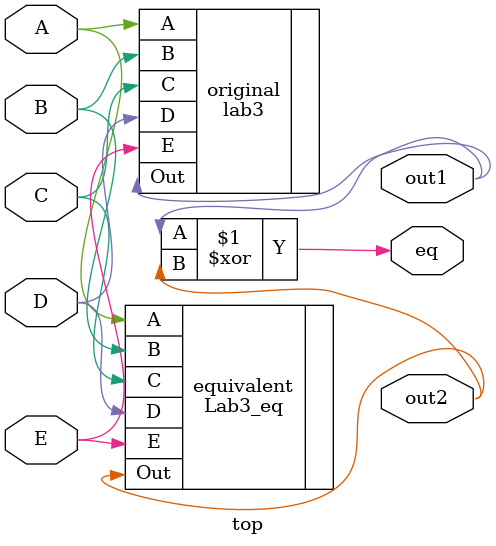
<source format=v>
`timescale 1ns / 1ps
/*
    Engineer: Rodrigo Becerril Ferreyra
    Company: California State University, Long Beach
    Project: Lab 3
    Date: 15 October 2020
*/
module top(
    input A, B, C, D, E,
    output out1, out2, eq
);

lab3    original  (.A(A), .B(B), .C(C), .D(D), .E(E), .Out(out1));
Lab3_eq equivalent(.A(A), .B(B), .C(C), .D(D), .E(E), .Out(out2));

assign eq = out1 ^ out2;

endmodule

</source>
